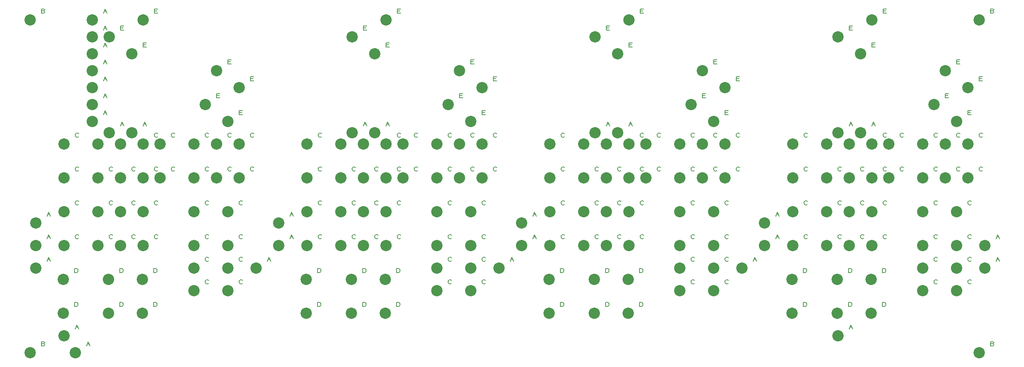
<source format=gbr>
G04 EasyPC Gerber Version 21.0.3 Build 4286 *
G04 #@! TF.Part,Single*
G04 #@! TF.FileFunction,Drillmap *
G04 #@! TF.FilePolarity,Positive *
%FSLAX35Y35*%
%MOIN*%
%ADD12C,0.00500*%
G04 #@! TA.AperFunction,WasherPad*
%ADD24C,0.10000*%
X0Y0D02*
D02*
D12*
X32437Y28063D02*
X33063Y27750D01*
X33375Y27125*
X33063Y26500*
X32437Y26187*
X30250*
Y29937*
X32437*
X33063Y29625*
X33375Y29000*
X33063Y28375*
X32437Y28063*
X30250*
X32437Y323063D02*
X33063Y322750D01*
X33375Y322125*
X33063Y321500*
X32437Y321187*
X30250*
Y324937*
X32437*
X33063Y324625*
X33375Y324000*
X33063Y323375*
X32437Y323063*
X30250*
X35250Y101187D02*
X36813Y104937D01*
X38375Y101187*
X35875Y102750D02*
X37750D01*
X35250Y121187D02*
X36813Y124937D01*
X38375Y121187*
X35875Y122750D02*
X37750D01*
X35250Y141187D02*
X36813Y144937D01*
X38375Y141187*
X35875Y142750D02*
X37750D01*
X59581Y61187D02*
Y64937D01*
X61456*
X62081Y64625*
X62393Y64313*
X62706Y63687*
Y62437*
X62393Y61813*
X62081Y61500*
X61456Y61187*
X59581*
Y91187D02*
Y94937D01*
X61456*
X62081Y94625*
X62393Y94313*
X62706Y93687*
Y92437*
X62393Y91813*
X62081Y91500*
X61456Y91187*
X59581*
X60250Y41187D02*
X61813Y44937D01*
X63375Y41187*
X60875Y42750D02*
X62750D01*
X63375Y121813D02*
X63063Y121500D01*
X62437Y121187*
X61500*
X60875Y121500*
X60563Y121813*
X60250Y122437*
Y123687*
X60563Y124313*
X60875Y124625*
X61500Y124937*
X62437*
X63063Y124625*
X63375Y124313*
Y151813D02*
X63063Y151500D01*
X62437Y151187*
X61500*
X60875Y151500*
X60563Y151813*
X60250Y152437*
Y153687*
X60563Y154313*
X60875Y154625*
X61500Y154937*
X62437*
X63063Y154625*
X63375Y154313*
Y181813D02*
X63063Y181500D01*
X62437Y181187*
X61500*
X60875Y181500*
X60563Y181813*
X60250Y182437*
Y183687*
X60563Y184313*
X60875Y184625*
X61500Y184937*
X62437*
X63063Y184625*
X63375Y184313*
Y211813D02*
X63063Y211500D01*
X62437Y211187*
X61500*
X60875Y211500*
X60563Y211813*
X60250Y212437*
Y213687*
X60563Y214313*
X60875Y214625*
X61500Y214937*
X62437*
X63063Y214625*
X63375Y214313*
X70250Y26187D02*
X71813Y29937D01*
X73375Y26187*
X70875Y27750D02*
X72750D01*
X85250Y231187D02*
X86813Y234937D01*
X88375Y231187*
X85875Y232750D02*
X87750D01*
X85250Y246187D02*
X86813Y249937D01*
X88375Y246187*
X85875Y247750D02*
X87750D01*
X85250Y261187D02*
X86813Y264937D01*
X88375Y261187*
X85875Y262750D02*
X87750D01*
X85250Y276187D02*
X86813Y279937D01*
X88375Y276187*
X85875Y277750D02*
X87750D01*
X85250Y291187D02*
X86813Y294937D01*
X88375Y291187*
X85875Y292750D02*
X87750D01*
X85250Y306187D02*
X86813Y309937D01*
X88375Y306187*
X85875Y307750D02*
X87750D01*
X85250Y321187D02*
X86813Y324937D01*
X88375Y321187*
X85875Y322750D02*
X87750D01*
X93375Y121813D02*
X93063Y121500D01*
X92437Y121187*
X91500*
X90875Y121500*
X90563Y121813*
X90250Y122437*
Y123687*
X90563Y124313*
X90875Y124625*
X91500Y124937*
X92437*
X93063Y124625*
X93375Y124313*
Y151813D02*
X93063Y151500D01*
X92437Y151187*
X91500*
X90875Y151500*
X90563Y151813*
X90250Y152437*
Y153687*
X90563Y154313*
X90875Y154625*
X91500Y154937*
X92437*
X93063Y154625*
X93375Y154313*
Y181813D02*
X93063Y181500D01*
X92437Y181187*
X91500*
X90875Y181500*
X90563Y181813*
X90250Y182437*
Y183687*
X90563Y184313*
X90875Y184625*
X91500Y184937*
X92437*
X93063Y184625*
X93375Y184313*
Y211813D02*
X93063Y211500D01*
X92437Y211187*
X91500*
X90875Y211500*
X90563Y211813*
X90250Y212437*
Y213687*
X90563Y214313*
X90875Y214625*
X91500Y214937*
X92437*
X93063Y214625*
X93375Y214313*
X99581Y61187D02*
Y64937D01*
X101456*
X102081Y64625*
X102393Y64313*
X102706Y63687*
Y62437*
X102393Y61813*
X102081Y61500*
X101456Y61187*
X99581*
Y91187D02*
Y94937D01*
X101456*
X102081Y94625*
X102393Y94313*
X102706Y93687*
Y92437*
X102393Y91813*
X102081Y91500*
X101456Y91187*
X99581*
X100250Y221187D02*
X101813Y224937D01*
X103375Y221187*
X100875Y222750D02*
X102750D01*
X100250Y306187D02*
Y309937D01*
X103375*
X102750Y308063D02*
X100250D01*
Y306187D02*
X103375D01*
X113375Y121813D02*
X113063Y121500D01*
X112437Y121187*
X111500*
X110875Y121500*
X110563Y121813*
X110250Y122437*
Y123687*
X110563Y124313*
X110875Y124625*
X111500Y124937*
X112437*
X113063Y124625*
X113375Y124313*
Y151813D02*
X113063Y151500D01*
X112437Y151187*
X111500*
X110875Y151500*
X110563Y151813*
X110250Y152437*
Y153687*
X110563Y154313*
X110875Y154625*
X111500Y154937*
X112437*
X113063Y154625*
X113375Y154313*
Y181813D02*
X113063Y181500D01*
X112437Y181187*
X111500*
X110875Y181500*
X110563Y181813*
X110250Y182437*
Y183687*
X110563Y184313*
X110875Y184625*
X111500Y184937*
X112437*
X113063Y184625*
X113375Y184313*
Y211813D02*
X113063Y211500D01*
X112437Y211187*
X111500*
X110875Y211500*
X110563Y211813*
X110250Y212437*
Y213687*
X110563Y214313*
X110875Y214625*
X111500Y214937*
X112437*
X113063Y214625*
X113375Y214313*
X120250Y221187D02*
X121813Y224937D01*
X123375Y221187*
X120875Y222750D02*
X122750D01*
X120250Y291187D02*
Y294937D01*
X123375*
X122750Y293063D02*
X120250D01*
Y291187D02*
X123375D01*
X129581Y61187D02*
Y64937D01*
X131456*
X132081Y64625*
X132393Y64313*
X132706Y63687*
Y62437*
X132393Y61813*
X132081Y61500*
X131456Y61187*
X129581*
Y91187D02*
Y94937D01*
X131456*
X132081Y94625*
X132393Y94313*
X132706Y93687*
Y92437*
X132393Y91813*
X132081Y91500*
X131456Y91187*
X129581*
X133375Y121813D02*
X133063Y121500D01*
X132437Y121187*
X131500*
X130875Y121500*
X130563Y121813*
X130250Y122437*
Y123687*
X130563Y124313*
X130875Y124625*
X131500Y124937*
X132437*
X133063Y124625*
X133375Y124313*
Y151813D02*
X133063Y151500D01*
X132437Y151187*
X131500*
X130875Y151500*
X130563Y151813*
X130250Y152437*
Y153687*
X130563Y154313*
X130875Y154625*
X131500Y154937*
X132437*
X133063Y154625*
X133375Y154313*
Y181813D02*
X133063Y181500D01*
X132437Y181187*
X131500*
X130875Y181500*
X130563Y181813*
X130250Y182437*
Y183687*
X130563Y184313*
X130875Y184625*
X131500Y184937*
X132437*
X133063Y184625*
X133375Y184313*
Y211813D02*
X133063Y211500D01*
X132437Y211187*
X131500*
X130875Y211500*
X130563Y211813*
X130250Y212437*
Y213687*
X130563Y214313*
X130875Y214625*
X131500Y214937*
X132437*
X133063Y214625*
X133375Y214313*
X130250Y321187D02*
Y324937D01*
X133375*
X132750Y323063D02*
X130250D01*
Y321187D02*
X133375D01*
X148375Y181813D02*
X148063Y181500D01*
X147437Y181187*
X146500*
X145875Y181500*
X145563Y181813*
X145250Y182437*
Y183687*
X145563Y184313*
X145875Y184625*
X146500Y184937*
X147437*
X148063Y184625*
X148375Y184313*
Y211813D02*
X148063Y211500D01*
X147437Y211187*
X146500*
X145875Y211500*
X145563Y211813*
X145250Y212437*
Y213687*
X145563Y214313*
X145875Y214625*
X146500Y214937*
X147437*
X148063Y214625*
X148375Y214313*
X178375Y81813D02*
X178063Y81500D01*
X177437Y81187*
X176500*
X175875Y81500*
X175563Y81813*
X175250Y82437*
Y83687*
X175563Y84313*
X175875Y84625*
X176500Y84937*
X177437*
X178063Y84625*
X178375Y84313*
Y101813D02*
X178063Y101500D01*
X177437Y101187*
X176500*
X175875Y101500*
X175563Y101813*
X175250Y102437*
Y103687*
X175563Y104313*
X175875Y104625*
X176500Y104937*
X177437*
X178063Y104625*
X178375Y104313*
Y121813D02*
X178063Y121500D01*
X177437Y121187*
X176500*
X175875Y121500*
X175563Y121813*
X175250Y122437*
Y123687*
X175563Y124313*
X175875Y124625*
X176500Y124937*
X177437*
X178063Y124625*
X178375Y124313*
Y151813D02*
X178063Y151500D01*
X177437Y151187*
X176500*
X175875Y151500*
X175563Y151813*
X175250Y152437*
Y153687*
X175563Y154313*
X175875Y154625*
X176500Y154937*
X177437*
X178063Y154625*
X178375Y154313*
Y181813D02*
X178063Y181500D01*
X177437Y181187*
X176500*
X175875Y181500*
X175563Y181813*
X175250Y182437*
Y183687*
X175563Y184313*
X175875Y184625*
X176500Y184937*
X177437*
X178063Y184625*
X178375Y184313*
Y211813D02*
X178063Y211500D01*
X177437Y211187*
X176500*
X175875Y211500*
X175563Y211813*
X175250Y212437*
Y213687*
X175563Y214313*
X175875Y214625*
X176500Y214937*
X177437*
X178063Y214625*
X178375Y214313*
X185250Y246187D02*
Y249937D01*
X188375*
X187750Y248063D02*
X185250D01*
Y246187D02*
X188375D01*
X198375Y181813D02*
X198063Y181500D01*
X197437Y181187*
X196500*
X195875Y181500*
X195563Y181813*
X195250Y182437*
Y183687*
X195563Y184313*
X195875Y184625*
X196500Y184937*
X197437*
X198063Y184625*
X198375Y184313*
Y211813D02*
X198063Y211500D01*
X197437Y211187*
X196500*
X195875Y211500*
X195563Y211813*
X195250Y212437*
Y213687*
X195563Y214313*
X195875Y214625*
X196500Y214937*
X197437*
X198063Y214625*
X198375Y214313*
X195250Y276187D02*
Y279937D01*
X198375*
X197750Y278063D02*
X195250D01*
Y276187D02*
X198375D01*
X208375Y81813D02*
X208063Y81500D01*
X207437Y81187*
X206500*
X205875Y81500*
X205563Y81813*
X205250Y82437*
Y83687*
X205563Y84313*
X205875Y84625*
X206500Y84937*
X207437*
X208063Y84625*
X208375Y84313*
Y101813D02*
X208063Y101500D01*
X207437Y101187*
X206500*
X205875Y101500*
X205563Y101813*
X205250Y102437*
Y103687*
X205563Y104313*
X205875Y104625*
X206500Y104937*
X207437*
X208063Y104625*
X208375Y104313*
Y121813D02*
X208063Y121500D01*
X207437Y121187*
X206500*
X205875Y121500*
X205563Y121813*
X205250Y122437*
Y123687*
X205563Y124313*
X205875Y124625*
X206500Y124937*
X207437*
X208063Y124625*
X208375Y124313*
Y151813D02*
X208063Y151500D01*
X207437Y151187*
X206500*
X205875Y151500*
X205563Y151813*
X205250Y152437*
Y153687*
X205563Y154313*
X205875Y154625*
X206500Y154937*
X207437*
X208063Y154625*
X208375Y154313*
X205250Y231187D02*
Y234937D01*
X208375*
X207750Y233063D02*
X205250D01*
Y231187D02*
X208375D01*
X218375Y181813D02*
X218063Y181500D01*
X217437Y181187*
X216500*
X215875Y181500*
X215563Y181813*
X215250Y182437*
Y183687*
X215563Y184313*
X215875Y184625*
X216500Y184937*
X217437*
X218063Y184625*
X218375Y184313*
Y211813D02*
X218063Y211500D01*
X217437Y211187*
X216500*
X215875Y211500*
X215563Y211813*
X215250Y212437*
Y213687*
X215563Y214313*
X215875Y214625*
X216500Y214937*
X217437*
X218063Y214625*
X218375Y214313*
X215250Y261187D02*
Y264937D01*
X218375*
X217750Y263063D02*
X215250D01*
Y261187D02*
X218375D01*
X230250Y101187D02*
X231813Y104937D01*
X233375Y101187*
X230875Y102750D02*
X232750D01*
X250250Y121187D02*
X251813Y124937D01*
X253375Y121187*
X250875Y122750D02*
X252750D01*
X250250Y141187D02*
X251813Y144937D01*
X253375Y141187*
X250875Y142750D02*
X252750D01*
X274581Y61187D02*
Y64937D01*
X276456*
X277081Y64625*
X277393Y64313*
X277706Y63687*
Y62437*
X277393Y61813*
X277081Y61500*
X276456Y61187*
X274581*
Y91187D02*
Y94937D01*
X276456*
X277081Y94625*
X277393Y94313*
X277706Y93687*
Y92437*
X277393Y91813*
X277081Y91500*
X276456Y91187*
X274581*
X278375Y121813D02*
X278063Y121500D01*
X277437Y121187*
X276500*
X275875Y121500*
X275563Y121813*
X275250Y122437*
Y123687*
X275563Y124313*
X275875Y124625*
X276500Y124937*
X277437*
X278063Y124625*
X278375Y124313*
Y151813D02*
X278063Y151500D01*
X277437Y151187*
X276500*
X275875Y151500*
X275563Y151813*
X275250Y152437*
Y153687*
X275563Y154313*
X275875Y154625*
X276500Y154937*
X277437*
X278063Y154625*
X278375Y154313*
Y181813D02*
X278063Y181500D01*
X277437Y181187*
X276500*
X275875Y181500*
X275563Y181813*
X275250Y182437*
Y183687*
X275563Y184313*
X275875Y184625*
X276500Y184937*
X277437*
X278063Y184625*
X278375Y184313*
Y211813D02*
X278063Y211500D01*
X277437Y211187*
X276500*
X275875Y211500*
X275563Y211813*
X275250Y212437*
Y213687*
X275563Y214313*
X275875Y214625*
X276500Y214937*
X277437*
X278063Y214625*
X278375Y214313*
X308375Y121813D02*
X308063Y121500D01*
X307437Y121187*
X306500*
X305875Y121500*
X305563Y121813*
X305250Y122437*
Y123687*
X305563Y124313*
X305875Y124625*
X306500Y124937*
X307437*
X308063Y124625*
X308375Y124313*
Y151813D02*
X308063Y151500D01*
X307437Y151187*
X306500*
X305875Y151500*
X305563Y151813*
X305250Y152437*
Y153687*
X305563Y154313*
X305875Y154625*
X306500Y154937*
X307437*
X308063Y154625*
X308375Y154313*
Y181813D02*
X308063Y181500D01*
X307437Y181187*
X306500*
X305875Y181500*
X305563Y181813*
X305250Y182437*
Y183687*
X305563Y184313*
X305875Y184625*
X306500Y184937*
X307437*
X308063Y184625*
X308375Y184313*
Y211813D02*
X308063Y211500D01*
X307437Y211187*
X306500*
X305875Y211500*
X305563Y211813*
X305250Y212437*
Y213687*
X305563Y214313*
X305875Y214625*
X306500Y214937*
X307437*
X308063Y214625*
X308375Y214313*
X314581Y61187D02*
Y64937D01*
X316456*
X317081Y64625*
X317393Y64313*
X317706Y63687*
Y62437*
X317393Y61813*
X317081Y61500*
X316456Y61187*
X314581*
Y91187D02*
Y94937D01*
X316456*
X317081Y94625*
X317393Y94313*
X317706Y93687*
Y92437*
X317393Y91813*
X317081Y91500*
X316456Y91187*
X314581*
X315250Y221187D02*
X316813Y224937D01*
X318375Y221187*
X315875Y222750D02*
X317750D01*
X315250Y306187D02*
Y309937D01*
X318375*
X317750Y308063D02*
X315250D01*
Y306187D02*
X318375D01*
X328375Y121813D02*
X328063Y121500D01*
X327437Y121187*
X326500*
X325875Y121500*
X325563Y121813*
X325250Y122437*
Y123687*
X325563Y124313*
X325875Y124625*
X326500Y124937*
X327437*
X328063Y124625*
X328375Y124313*
Y151813D02*
X328063Y151500D01*
X327437Y151187*
X326500*
X325875Y151500*
X325563Y151813*
X325250Y152437*
Y153687*
X325563Y154313*
X325875Y154625*
X326500Y154937*
X327437*
X328063Y154625*
X328375Y154313*
Y181813D02*
X328063Y181500D01*
X327437Y181187*
X326500*
X325875Y181500*
X325563Y181813*
X325250Y182437*
Y183687*
X325563Y184313*
X325875Y184625*
X326500Y184937*
X327437*
X328063Y184625*
X328375Y184313*
Y211813D02*
X328063Y211500D01*
X327437Y211187*
X326500*
X325875Y211500*
X325563Y211813*
X325250Y212437*
Y213687*
X325563Y214313*
X325875Y214625*
X326500Y214937*
X327437*
X328063Y214625*
X328375Y214313*
X335250Y221187D02*
X336813Y224937D01*
X338375Y221187*
X335875Y222750D02*
X337750D01*
X335250Y291187D02*
Y294937D01*
X338375*
X337750Y293063D02*
X335250D01*
Y291187D02*
X338375D01*
X344581Y61187D02*
Y64937D01*
X346456*
X347081Y64625*
X347393Y64313*
X347706Y63687*
Y62437*
X347393Y61813*
X347081Y61500*
X346456Y61187*
X344581*
Y91187D02*
Y94937D01*
X346456*
X347081Y94625*
X347393Y94313*
X347706Y93687*
Y92437*
X347393Y91813*
X347081Y91500*
X346456Y91187*
X344581*
X348375Y121813D02*
X348063Y121500D01*
X347437Y121187*
X346500*
X345875Y121500*
X345563Y121813*
X345250Y122437*
Y123687*
X345563Y124313*
X345875Y124625*
X346500Y124937*
X347437*
X348063Y124625*
X348375Y124313*
Y151813D02*
X348063Y151500D01*
X347437Y151187*
X346500*
X345875Y151500*
X345563Y151813*
X345250Y152437*
Y153687*
X345563Y154313*
X345875Y154625*
X346500Y154937*
X347437*
X348063Y154625*
X348375Y154313*
Y181813D02*
X348063Y181500D01*
X347437Y181187*
X346500*
X345875Y181500*
X345563Y181813*
X345250Y182437*
Y183687*
X345563Y184313*
X345875Y184625*
X346500Y184937*
X347437*
X348063Y184625*
X348375Y184313*
Y211813D02*
X348063Y211500D01*
X347437Y211187*
X346500*
X345875Y211500*
X345563Y211813*
X345250Y212437*
Y213687*
X345563Y214313*
X345875Y214625*
X346500Y214937*
X347437*
X348063Y214625*
X348375Y214313*
X345250Y321187D02*
Y324937D01*
X348375*
X347750Y323063D02*
X345250D01*
Y321187D02*
X348375D01*
X363375Y181813D02*
X363063Y181500D01*
X362437Y181187*
X361500*
X360875Y181500*
X360563Y181813*
X360250Y182437*
Y183687*
X360563Y184313*
X360875Y184625*
X361500Y184937*
X362437*
X363063Y184625*
X363375Y184313*
Y211813D02*
X363063Y211500D01*
X362437Y211187*
X361500*
X360875Y211500*
X360563Y211813*
X360250Y212437*
Y213687*
X360563Y214313*
X360875Y214625*
X361500Y214937*
X362437*
X363063Y214625*
X363375Y214313*
X393375Y81813D02*
X393063Y81500D01*
X392437Y81187*
X391500*
X390875Y81500*
X390563Y81813*
X390250Y82437*
Y83687*
X390563Y84313*
X390875Y84625*
X391500Y84937*
X392437*
X393063Y84625*
X393375Y84313*
Y101813D02*
X393063Y101500D01*
X392437Y101187*
X391500*
X390875Y101500*
X390563Y101813*
X390250Y102437*
Y103687*
X390563Y104313*
X390875Y104625*
X391500Y104937*
X392437*
X393063Y104625*
X393375Y104313*
Y121813D02*
X393063Y121500D01*
X392437Y121187*
X391500*
X390875Y121500*
X390563Y121813*
X390250Y122437*
Y123687*
X390563Y124313*
X390875Y124625*
X391500Y124937*
X392437*
X393063Y124625*
X393375Y124313*
Y151813D02*
X393063Y151500D01*
X392437Y151187*
X391500*
X390875Y151500*
X390563Y151813*
X390250Y152437*
Y153687*
X390563Y154313*
X390875Y154625*
X391500Y154937*
X392437*
X393063Y154625*
X393375Y154313*
Y181813D02*
X393063Y181500D01*
X392437Y181187*
X391500*
X390875Y181500*
X390563Y181813*
X390250Y182437*
Y183687*
X390563Y184313*
X390875Y184625*
X391500Y184937*
X392437*
X393063Y184625*
X393375Y184313*
Y211813D02*
X393063Y211500D01*
X392437Y211187*
X391500*
X390875Y211500*
X390563Y211813*
X390250Y212437*
Y213687*
X390563Y214313*
X390875Y214625*
X391500Y214937*
X392437*
X393063Y214625*
X393375Y214313*
X400250Y246187D02*
Y249937D01*
X403375*
X402750Y248063D02*
X400250D01*
Y246187D02*
X403375D01*
X413375Y181813D02*
X413063Y181500D01*
X412437Y181187*
X411500*
X410875Y181500*
X410563Y181813*
X410250Y182437*
Y183687*
X410563Y184313*
X410875Y184625*
X411500Y184937*
X412437*
X413063Y184625*
X413375Y184313*
Y211813D02*
X413063Y211500D01*
X412437Y211187*
X411500*
X410875Y211500*
X410563Y211813*
X410250Y212437*
Y213687*
X410563Y214313*
X410875Y214625*
X411500Y214937*
X412437*
X413063Y214625*
X413375Y214313*
X410250Y276187D02*
Y279937D01*
X413375*
X412750Y278063D02*
X410250D01*
Y276187D02*
X413375D01*
X423375Y81813D02*
X423063Y81500D01*
X422437Y81187*
X421500*
X420875Y81500*
X420563Y81813*
X420250Y82437*
Y83687*
X420563Y84313*
X420875Y84625*
X421500Y84937*
X422437*
X423063Y84625*
X423375Y84313*
Y101813D02*
X423063Y101500D01*
X422437Y101187*
X421500*
X420875Y101500*
X420563Y101813*
X420250Y102437*
Y103687*
X420563Y104313*
X420875Y104625*
X421500Y104937*
X422437*
X423063Y104625*
X423375Y104313*
Y121813D02*
X423063Y121500D01*
X422437Y121187*
X421500*
X420875Y121500*
X420563Y121813*
X420250Y122437*
Y123687*
X420563Y124313*
X420875Y124625*
X421500Y124937*
X422437*
X423063Y124625*
X423375Y124313*
Y151813D02*
X423063Y151500D01*
X422437Y151187*
X421500*
X420875Y151500*
X420563Y151813*
X420250Y152437*
Y153687*
X420563Y154313*
X420875Y154625*
X421500Y154937*
X422437*
X423063Y154625*
X423375Y154313*
X420250Y231187D02*
Y234937D01*
X423375*
X422750Y233063D02*
X420250D01*
Y231187D02*
X423375D01*
X433375Y181813D02*
X433063Y181500D01*
X432437Y181187*
X431500*
X430875Y181500*
X430563Y181813*
X430250Y182437*
Y183687*
X430563Y184313*
X430875Y184625*
X431500Y184937*
X432437*
X433063Y184625*
X433375Y184313*
Y211813D02*
X433063Y211500D01*
X432437Y211187*
X431500*
X430875Y211500*
X430563Y211813*
X430250Y212437*
Y213687*
X430563Y214313*
X430875Y214625*
X431500Y214937*
X432437*
X433063Y214625*
X433375Y214313*
X430250Y261187D02*
Y264937D01*
X433375*
X432750Y263063D02*
X430250D01*
Y261187D02*
X433375D01*
X445250Y101187D02*
X446813Y104937D01*
X448375Y101187*
X445875Y102750D02*
X447750D01*
X465250Y121187D02*
X466813Y124937D01*
X468375Y121187*
X465875Y122750D02*
X467750D01*
X465250Y141187D02*
X466813Y144937D01*
X468375Y141187*
X465875Y142750D02*
X467750D01*
X489581Y61187D02*
Y64937D01*
X491456*
X492081Y64625*
X492393Y64313*
X492706Y63687*
Y62437*
X492393Y61813*
X492081Y61500*
X491456Y61187*
X489581*
Y91187D02*
Y94937D01*
X491456*
X492081Y94625*
X492393Y94313*
X492706Y93687*
Y92437*
X492393Y91813*
X492081Y91500*
X491456Y91187*
X489581*
X493375Y121813D02*
X493063Y121500D01*
X492437Y121187*
X491500*
X490875Y121500*
X490563Y121813*
X490250Y122437*
Y123687*
X490563Y124313*
X490875Y124625*
X491500Y124937*
X492437*
X493063Y124625*
X493375Y124313*
Y151813D02*
X493063Y151500D01*
X492437Y151187*
X491500*
X490875Y151500*
X490563Y151813*
X490250Y152437*
Y153687*
X490563Y154313*
X490875Y154625*
X491500Y154937*
X492437*
X493063Y154625*
X493375Y154313*
Y181813D02*
X493063Y181500D01*
X492437Y181187*
X491500*
X490875Y181500*
X490563Y181813*
X490250Y182437*
Y183687*
X490563Y184313*
X490875Y184625*
X491500Y184937*
X492437*
X493063Y184625*
X493375Y184313*
Y211813D02*
X493063Y211500D01*
X492437Y211187*
X491500*
X490875Y211500*
X490563Y211813*
X490250Y212437*
Y213687*
X490563Y214313*
X490875Y214625*
X491500Y214937*
X492437*
X493063Y214625*
X493375Y214313*
X523375Y121813D02*
X523063Y121500D01*
X522437Y121187*
X521500*
X520875Y121500*
X520563Y121813*
X520250Y122437*
Y123687*
X520563Y124313*
X520875Y124625*
X521500Y124937*
X522437*
X523063Y124625*
X523375Y124313*
Y151813D02*
X523063Y151500D01*
X522437Y151187*
X521500*
X520875Y151500*
X520563Y151813*
X520250Y152437*
Y153687*
X520563Y154313*
X520875Y154625*
X521500Y154937*
X522437*
X523063Y154625*
X523375Y154313*
Y181813D02*
X523063Y181500D01*
X522437Y181187*
X521500*
X520875Y181500*
X520563Y181813*
X520250Y182437*
Y183687*
X520563Y184313*
X520875Y184625*
X521500Y184937*
X522437*
X523063Y184625*
X523375Y184313*
Y211813D02*
X523063Y211500D01*
X522437Y211187*
X521500*
X520875Y211500*
X520563Y211813*
X520250Y212437*
Y213687*
X520563Y214313*
X520875Y214625*
X521500Y214937*
X522437*
X523063Y214625*
X523375Y214313*
X529581Y61187D02*
Y64937D01*
X531456*
X532081Y64625*
X532393Y64313*
X532706Y63687*
Y62437*
X532393Y61813*
X532081Y61500*
X531456Y61187*
X529581*
Y91187D02*
Y94937D01*
X531456*
X532081Y94625*
X532393Y94313*
X532706Y93687*
Y92437*
X532393Y91813*
X532081Y91500*
X531456Y91187*
X529581*
X530250Y221187D02*
X531813Y224937D01*
X533375Y221187*
X530875Y222750D02*
X532750D01*
X530250Y306187D02*
Y309937D01*
X533375*
X532750Y308063D02*
X530250D01*
Y306187D02*
X533375D01*
X543375Y121813D02*
X543063Y121500D01*
X542437Y121187*
X541500*
X540875Y121500*
X540563Y121813*
X540250Y122437*
Y123687*
X540563Y124313*
X540875Y124625*
X541500Y124937*
X542437*
X543063Y124625*
X543375Y124313*
Y151813D02*
X543063Y151500D01*
X542437Y151187*
X541500*
X540875Y151500*
X540563Y151813*
X540250Y152437*
Y153687*
X540563Y154313*
X540875Y154625*
X541500Y154937*
X542437*
X543063Y154625*
X543375Y154313*
Y181813D02*
X543063Y181500D01*
X542437Y181187*
X541500*
X540875Y181500*
X540563Y181813*
X540250Y182437*
Y183687*
X540563Y184313*
X540875Y184625*
X541500Y184937*
X542437*
X543063Y184625*
X543375Y184313*
Y211813D02*
X543063Y211500D01*
X542437Y211187*
X541500*
X540875Y211500*
X540563Y211813*
X540250Y212437*
Y213687*
X540563Y214313*
X540875Y214625*
X541500Y214937*
X542437*
X543063Y214625*
X543375Y214313*
X550250Y221187D02*
X551813Y224937D01*
X553375Y221187*
X550875Y222750D02*
X552750D01*
X550250Y291187D02*
Y294937D01*
X553375*
X552750Y293063D02*
X550250D01*
Y291187D02*
X553375D01*
X559581Y61187D02*
Y64937D01*
X561456*
X562081Y64625*
X562393Y64313*
X562706Y63687*
Y62437*
X562393Y61813*
X562081Y61500*
X561456Y61187*
X559581*
Y91187D02*
Y94937D01*
X561456*
X562081Y94625*
X562393Y94313*
X562706Y93687*
Y92437*
X562393Y91813*
X562081Y91500*
X561456Y91187*
X559581*
X563375Y121813D02*
X563063Y121500D01*
X562437Y121187*
X561500*
X560875Y121500*
X560563Y121813*
X560250Y122437*
Y123687*
X560563Y124313*
X560875Y124625*
X561500Y124937*
X562437*
X563063Y124625*
X563375Y124313*
Y151813D02*
X563063Y151500D01*
X562437Y151187*
X561500*
X560875Y151500*
X560563Y151813*
X560250Y152437*
Y153687*
X560563Y154313*
X560875Y154625*
X561500Y154937*
X562437*
X563063Y154625*
X563375Y154313*
Y181813D02*
X563063Y181500D01*
X562437Y181187*
X561500*
X560875Y181500*
X560563Y181813*
X560250Y182437*
Y183687*
X560563Y184313*
X560875Y184625*
X561500Y184937*
X562437*
X563063Y184625*
X563375Y184313*
Y211813D02*
X563063Y211500D01*
X562437Y211187*
X561500*
X560875Y211500*
X560563Y211813*
X560250Y212437*
Y213687*
X560563Y214313*
X560875Y214625*
X561500Y214937*
X562437*
X563063Y214625*
X563375Y214313*
X560250Y321187D02*
Y324937D01*
X563375*
X562750Y323063D02*
X560250D01*
Y321187D02*
X563375D01*
X578375Y181813D02*
X578063Y181500D01*
X577437Y181187*
X576500*
X575875Y181500*
X575563Y181813*
X575250Y182437*
Y183687*
X575563Y184313*
X575875Y184625*
X576500Y184937*
X577437*
X578063Y184625*
X578375Y184313*
Y211813D02*
X578063Y211500D01*
X577437Y211187*
X576500*
X575875Y211500*
X575563Y211813*
X575250Y212437*
Y213687*
X575563Y214313*
X575875Y214625*
X576500Y214937*
X577437*
X578063Y214625*
X578375Y214313*
X608375Y81813D02*
X608063Y81500D01*
X607437Y81187*
X606500*
X605875Y81500*
X605563Y81813*
X605250Y82437*
Y83687*
X605563Y84313*
X605875Y84625*
X606500Y84937*
X607437*
X608063Y84625*
X608375Y84313*
Y101813D02*
X608063Y101500D01*
X607437Y101187*
X606500*
X605875Y101500*
X605563Y101813*
X605250Y102437*
Y103687*
X605563Y104313*
X605875Y104625*
X606500Y104937*
X607437*
X608063Y104625*
X608375Y104313*
Y121813D02*
X608063Y121500D01*
X607437Y121187*
X606500*
X605875Y121500*
X605563Y121813*
X605250Y122437*
Y123687*
X605563Y124313*
X605875Y124625*
X606500Y124937*
X607437*
X608063Y124625*
X608375Y124313*
Y151813D02*
X608063Y151500D01*
X607437Y151187*
X606500*
X605875Y151500*
X605563Y151813*
X605250Y152437*
Y153687*
X605563Y154313*
X605875Y154625*
X606500Y154937*
X607437*
X608063Y154625*
X608375Y154313*
Y181813D02*
X608063Y181500D01*
X607437Y181187*
X606500*
X605875Y181500*
X605563Y181813*
X605250Y182437*
Y183687*
X605563Y184313*
X605875Y184625*
X606500Y184937*
X607437*
X608063Y184625*
X608375Y184313*
Y211813D02*
X608063Y211500D01*
X607437Y211187*
X606500*
X605875Y211500*
X605563Y211813*
X605250Y212437*
Y213687*
X605563Y214313*
X605875Y214625*
X606500Y214937*
X607437*
X608063Y214625*
X608375Y214313*
X615250Y246187D02*
Y249937D01*
X618375*
X617750Y248063D02*
X615250D01*
Y246187D02*
X618375D01*
X628375Y181813D02*
X628063Y181500D01*
X627437Y181187*
X626500*
X625875Y181500*
X625563Y181813*
X625250Y182437*
Y183687*
X625563Y184313*
X625875Y184625*
X626500Y184937*
X627437*
X628063Y184625*
X628375Y184313*
Y211813D02*
X628063Y211500D01*
X627437Y211187*
X626500*
X625875Y211500*
X625563Y211813*
X625250Y212437*
Y213687*
X625563Y214313*
X625875Y214625*
X626500Y214937*
X627437*
X628063Y214625*
X628375Y214313*
X625250Y276187D02*
Y279937D01*
X628375*
X627750Y278063D02*
X625250D01*
Y276187D02*
X628375D01*
X638375Y81813D02*
X638063Y81500D01*
X637437Y81187*
X636500*
X635875Y81500*
X635563Y81813*
X635250Y82437*
Y83687*
X635563Y84313*
X635875Y84625*
X636500Y84937*
X637437*
X638063Y84625*
X638375Y84313*
Y101813D02*
X638063Y101500D01*
X637437Y101187*
X636500*
X635875Y101500*
X635563Y101813*
X635250Y102437*
Y103687*
X635563Y104313*
X635875Y104625*
X636500Y104937*
X637437*
X638063Y104625*
X638375Y104313*
Y121813D02*
X638063Y121500D01*
X637437Y121187*
X636500*
X635875Y121500*
X635563Y121813*
X635250Y122437*
Y123687*
X635563Y124313*
X635875Y124625*
X636500Y124937*
X637437*
X638063Y124625*
X638375Y124313*
Y151813D02*
X638063Y151500D01*
X637437Y151187*
X636500*
X635875Y151500*
X635563Y151813*
X635250Y152437*
Y153687*
X635563Y154313*
X635875Y154625*
X636500Y154937*
X637437*
X638063Y154625*
X638375Y154313*
X635250Y231187D02*
Y234937D01*
X638375*
X637750Y233063D02*
X635250D01*
Y231187D02*
X638375D01*
X648375Y181813D02*
X648063Y181500D01*
X647437Y181187*
X646500*
X645875Y181500*
X645563Y181813*
X645250Y182437*
Y183687*
X645563Y184313*
X645875Y184625*
X646500Y184937*
X647437*
X648063Y184625*
X648375Y184313*
Y211813D02*
X648063Y211500D01*
X647437Y211187*
X646500*
X645875Y211500*
X645563Y211813*
X645250Y212437*
Y213687*
X645563Y214313*
X645875Y214625*
X646500Y214937*
X647437*
X648063Y214625*
X648375Y214313*
X645250Y261187D02*
Y264937D01*
X648375*
X647750Y263063D02*
X645250D01*
Y261187D02*
X648375D01*
X660250Y101187D02*
X661813Y104937D01*
X663375Y101187*
X660875Y102750D02*
X662750D01*
X680250Y121187D02*
X681813Y124937D01*
X683375Y121187*
X680875Y122750D02*
X682750D01*
X680250Y141187D02*
X681813Y144937D01*
X683375Y141187*
X680875Y142750D02*
X682750D01*
X704581Y61187D02*
Y64937D01*
X706456*
X707081Y64625*
X707393Y64313*
X707706Y63687*
Y62437*
X707393Y61813*
X707081Y61500*
X706456Y61187*
X704581*
Y91187D02*
Y94937D01*
X706456*
X707081Y94625*
X707393Y94313*
X707706Y93687*
Y92437*
X707393Y91813*
X707081Y91500*
X706456Y91187*
X704581*
X708375Y121813D02*
X708063Y121500D01*
X707437Y121187*
X706500*
X705875Y121500*
X705563Y121813*
X705250Y122437*
Y123687*
X705563Y124313*
X705875Y124625*
X706500Y124937*
X707437*
X708063Y124625*
X708375Y124313*
Y151813D02*
X708063Y151500D01*
X707437Y151187*
X706500*
X705875Y151500*
X705563Y151813*
X705250Y152437*
Y153687*
X705563Y154313*
X705875Y154625*
X706500Y154937*
X707437*
X708063Y154625*
X708375Y154313*
Y181813D02*
X708063Y181500D01*
X707437Y181187*
X706500*
X705875Y181500*
X705563Y181813*
X705250Y182437*
Y183687*
X705563Y184313*
X705875Y184625*
X706500Y184937*
X707437*
X708063Y184625*
X708375Y184313*
Y211813D02*
X708063Y211500D01*
X707437Y211187*
X706500*
X705875Y211500*
X705563Y211813*
X705250Y212437*
Y213687*
X705563Y214313*
X705875Y214625*
X706500Y214937*
X707437*
X708063Y214625*
X708375Y214313*
X738375Y121813D02*
X738063Y121500D01*
X737437Y121187*
X736500*
X735875Y121500*
X735563Y121813*
X735250Y122437*
Y123687*
X735563Y124313*
X735875Y124625*
X736500Y124937*
X737437*
X738063Y124625*
X738375Y124313*
Y151813D02*
X738063Y151500D01*
X737437Y151187*
X736500*
X735875Y151500*
X735563Y151813*
X735250Y152437*
Y153687*
X735563Y154313*
X735875Y154625*
X736500Y154937*
X737437*
X738063Y154625*
X738375Y154313*
Y181813D02*
X738063Y181500D01*
X737437Y181187*
X736500*
X735875Y181500*
X735563Y181813*
X735250Y182437*
Y183687*
X735563Y184313*
X735875Y184625*
X736500Y184937*
X737437*
X738063Y184625*
X738375Y184313*
Y211813D02*
X738063Y211500D01*
X737437Y211187*
X736500*
X735875Y211500*
X735563Y211813*
X735250Y212437*
Y213687*
X735563Y214313*
X735875Y214625*
X736500Y214937*
X737437*
X738063Y214625*
X738375Y214313*
X744581Y61187D02*
Y64937D01*
X746456*
X747081Y64625*
X747393Y64313*
X747706Y63687*
Y62437*
X747393Y61813*
X747081Y61500*
X746456Y61187*
X744581*
Y91187D02*
Y94937D01*
X746456*
X747081Y94625*
X747393Y94313*
X747706Y93687*
Y92437*
X747393Y91813*
X747081Y91500*
X746456Y91187*
X744581*
X745250Y41187D02*
X746813Y44937D01*
X748375Y41187*
X745875Y42750D02*
X747750D01*
X745250Y221187D02*
X746813Y224937D01*
X748375Y221187*
X745875Y222750D02*
X747750D01*
X745250Y306187D02*
Y309937D01*
X748375*
X747750Y308063D02*
X745250D01*
Y306187D02*
X748375D01*
X758375Y121813D02*
X758063Y121500D01*
X757437Y121187*
X756500*
X755875Y121500*
X755563Y121813*
X755250Y122437*
Y123687*
X755563Y124313*
X755875Y124625*
X756500Y124937*
X757437*
X758063Y124625*
X758375Y124313*
Y151813D02*
X758063Y151500D01*
X757437Y151187*
X756500*
X755875Y151500*
X755563Y151813*
X755250Y152437*
Y153687*
X755563Y154313*
X755875Y154625*
X756500Y154937*
X757437*
X758063Y154625*
X758375Y154313*
Y181813D02*
X758063Y181500D01*
X757437Y181187*
X756500*
X755875Y181500*
X755563Y181813*
X755250Y182437*
Y183687*
X755563Y184313*
X755875Y184625*
X756500Y184937*
X757437*
X758063Y184625*
X758375Y184313*
Y211813D02*
X758063Y211500D01*
X757437Y211187*
X756500*
X755875Y211500*
X755563Y211813*
X755250Y212437*
Y213687*
X755563Y214313*
X755875Y214625*
X756500Y214937*
X757437*
X758063Y214625*
X758375Y214313*
X765250Y221187D02*
X766813Y224937D01*
X768375Y221187*
X765875Y222750D02*
X767750D01*
X765250Y291187D02*
Y294937D01*
X768375*
X767750Y293063D02*
X765250D01*
Y291187D02*
X768375D01*
X774581Y61187D02*
Y64937D01*
X776456*
X777081Y64625*
X777393Y64313*
X777706Y63687*
Y62437*
X777393Y61813*
X777081Y61500*
X776456Y61187*
X774581*
Y91187D02*
Y94937D01*
X776456*
X777081Y94625*
X777393Y94313*
X777706Y93687*
Y92437*
X777393Y91813*
X777081Y91500*
X776456Y91187*
X774581*
X778375Y121813D02*
X778063Y121500D01*
X777437Y121187*
X776500*
X775875Y121500*
X775563Y121813*
X775250Y122437*
Y123687*
X775563Y124313*
X775875Y124625*
X776500Y124937*
X777437*
X778063Y124625*
X778375Y124313*
Y151813D02*
X778063Y151500D01*
X777437Y151187*
X776500*
X775875Y151500*
X775563Y151813*
X775250Y152437*
Y153687*
X775563Y154313*
X775875Y154625*
X776500Y154937*
X777437*
X778063Y154625*
X778375Y154313*
Y181813D02*
X778063Y181500D01*
X777437Y181187*
X776500*
X775875Y181500*
X775563Y181813*
X775250Y182437*
Y183687*
X775563Y184313*
X775875Y184625*
X776500Y184937*
X777437*
X778063Y184625*
X778375Y184313*
Y211813D02*
X778063Y211500D01*
X777437Y211187*
X776500*
X775875Y211500*
X775563Y211813*
X775250Y212437*
Y213687*
X775563Y214313*
X775875Y214625*
X776500Y214937*
X777437*
X778063Y214625*
X778375Y214313*
X775250Y321187D02*
Y324937D01*
X778375*
X777750Y323063D02*
X775250D01*
Y321187D02*
X778375D01*
X793375Y181813D02*
X793063Y181500D01*
X792437Y181187*
X791500*
X790875Y181500*
X790563Y181813*
X790250Y182437*
Y183687*
X790563Y184313*
X790875Y184625*
X791500Y184937*
X792437*
X793063Y184625*
X793375Y184313*
Y211813D02*
X793063Y211500D01*
X792437Y211187*
X791500*
X790875Y211500*
X790563Y211813*
X790250Y212437*
Y213687*
X790563Y214313*
X790875Y214625*
X791500Y214937*
X792437*
X793063Y214625*
X793375Y214313*
X823375Y81813D02*
X823063Y81500D01*
X822437Y81187*
X821500*
X820875Y81500*
X820563Y81813*
X820250Y82437*
Y83687*
X820563Y84313*
X820875Y84625*
X821500Y84937*
X822437*
X823063Y84625*
X823375Y84313*
Y101813D02*
X823063Y101500D01*
X822437Y101187*
X821500*
X820875Y101500*
X820563Y101813*
X820250Y102437*
Y103687*
X820563Y104313*
X820875Y104625*
X821500Y104937*
X822437*
X823063Y104625*
X823375Y104313*
Y121813D02*
X823063Y121500D01*
X822437Y121187*
X821500*
X820875Y121500*
X820563Y121813*
X820250Y122437*
Y123687*
X820563Y124313*
X820875Y124625*
X821500Y124937*
X822437*
X823063Y124625*
X823375Y124313*
Y151813D02*
X823063Y151500D01*
X822437Y151187*
X821500*
X820875Y151500*
X820563Y151813*
X820250Y152437*
Y153687*
X820563Y154313*
X820875Y154625*
X821500Y154937*
X822437*
X823063Y154625*
X823375Y154313*
Y181813D02*
X823063Y181500D01*
X822437Y181187*
X821500*
X820875Y181500*
X820563Y181813*
X820250Y182437*
Y183687*
X820563Y184313*
X820875Y184625*
X821500Y184937*
X822437*
X823063Y184625*
X823375Y184313*
Y211813D02*
X823063Y211500D01*
X822437Y211187*
X821500*
X820875Y211500*
X820563Y211813*
X820250Y212437*
Y213687*
X820563Y214313*
X820875Y214625*
X821500Y214937*
X822437*
X823063Y214625*
X823375Y214313*
X830250Y246187D02*
Y249937D01*
X833375*
X832750Y248063D02*
X830250D01*
Y246187D02*
X833375D01*
X843375Y181813D02*
X843063Y181500D01*
X842437Y181187*
X841500*
X840875Y181500*
X840563Y181813*
X840250Y182437*
Y183687*
X840563Y184313*
X840875Y184625*
X841500Y184937*
X842437*
X843063Y184625*
X843375Y184313*
Y211813D02*
X843063Y211500D01*
X842437Y211187*
X841500*
X840875Y211500*
X840563Y211813*
X840250Y212437*
Y213687*
X840563Y214313*
X840875Y214625*
X841500Y214937*
X842437*
X843063Y214625*
X843375Y214313*
X840250Y276187D02*
Y279937D01*
X843375*
X842750Y278063D02*
X840250D01*
Y276187D02*
X843375D01*
X853375Y81813D02*
X853063Y81500D01*
X852437Y81187*
X851500*
X850875Y81500*
X850563Y81813*
X850250Y82437*
Y83687*
X850563Y84313*
X850875Y84625*
X851500Y84937*
X852437*
X853063Y84625*
X853375Y84313*
Y101813D02*
X853063Y101500D01*
X852437Y101187*
X851500*
X850875Y101500*
X850563Y101813*
X850250Y102437*
Y103687*
X850563Y104313*
X850875Y104625*
X851500Y104937*
X852437*
X853063Y104625*
X853375Y104313*
Y121813D02*
X853063Y121500D01*
X852437Y121187*
X851500*
X850875Y121500*
X850563Y121813*
X850250Y122437*
Y123687*
X850563Y124313*
X850875Y124625*
X851500Y124937*
X852437*
X853063Y124625*
X853375Y124313*
Y151813D02*
X853063Y151500D01*
X852437Y151187*
X851500*
X850875Y151500*
X850563Y151813*
X850250Y152437*
Y153687*
X850563Y154313*
X850875Y154625*
X851500Y154937*
X852437*
X853063Y154625*
X853375Y154313*
X850250Y231187D02*
Y234937D01*
X853375*
X852750Y233063D02*
X850250D01*
Y231187D02*
X853375D01*
X863375Y181813D02*
X863063Y181500D01*
X862437Y181187*
X861500*
X860875Y181500*
X860563Y181813*
X860250Y182437*
Y183687*
X860563Y184313*
X860875Y184625*
X861500Y184937*
X862437*
X863063Y184625*
X863375Y184313*
Y211813D02*
X863063Y211500D01*
X862437Y211187*
X861500*
X860875Y211500*
X860563Y211813*
X860250Y212437*
Y213687*
X860563Y214313*
X860875Y214625*
X861500Y214937*
X862437*
X863063Y214625*
X863375Y214313*
X860250Y261187D02*
Y264937D01*
X863375*
X862750Y263063D02*
X860250D01*
Y261187D02*
X863375D01*
X872437Y28063D02*
X873063Y27750D01*
X873375Y27125*
X873063Y26500*
X872437Y26187*
X870250*
Y29937*
X872437*
X873063Y29625*
X873375Y29000*
X873063Y28375*
X872437Y28063*
X870250*
X872437Y323063D02*
X873063Y322750D01*
X873375Y322125*
X873063Y321500*
X872437Y321187*
X870250*
Y324937*
X872437*
X873063Y324625*
X873375Y324000*
X873063Y323375*
X872437Y323063*
X870250*
X875250Y101187D02*
X876813Y104937D01*
X878375Y101187*
X875875Y102750D02*
X877750D01*
X875250Y121187D02*
X876813Y124937D01*
X878375Y121187*
X875875Y122750D02*
X877750D01*
D02*
D24*
X20250Y20250D03*
Y315250D03*
X25250Y95250D03*
Y115250D03*
Y135250D03*
X49581Y55250D03*
Y85250D03*
X50250Y35250D03*
Y115250D03*
Y145250D03*
Y175250D03*
Y205250D03*
X60250Y20250D03*
X75250Y225250D03*
Y240250D03*
Y255250D03*
Y270250D03*
Y285250D03*
Y300250D03*
Y315250D03*
X80250Y115250D03*
Y145250D03*
Y175250D03*
Y205250D03*
X89581Y55250D03*
Y85250D03*
X90250Y215250D03*
Y300250D03*
X100250Y115250D03*
Y145250D03*
Y175250D03*
Y205250D03*
X110250Y215250D03*
Y285250D03*
X119581Y55250D03*
Y85250D03*
X120250Y115250D03*
Y145250D03*
Y175250D03*
Y205250D03*
Y315250D03*
X135250Y175250D03*
Y205250D03*
X165250Y75250D03*
Y95250D03*
Y115250D03*
Y145250D03*
Y175250D03*
Y205250D03*
X175250Y240250D03*
X185250Y175250D03*
Y205250D03*
Y270250D03*
X195250Y75250D03*
Y95250D03*
Y115250D03*
Y145250D03*
Y225250D03*
X205250Y175250D03*
Y205250D03*
Y255250D03*
X220250Y95250D03*
X240250Y115250D03*
Y135250D03*
X264581Y55250D03*
Y85250D03*
X265250Y115250D03*
Y145250D03*
Y175250D03*
Y205250D03*
X295250Y115250D03*
Y145250D03*
Y175250D03*
Y205250D03*
X304581Y55250D03*
Y85250D03*
X305250Y215250D03*
Y300250D03*
X315250Y115250D03*
Y145250D03*
Y175250D03*
Y205250D03*
X325250Y215250D03*
Y285250D03*
X334581Y55250D03*
Y85250D03*
X335250Y115250D03*
Y145250D03*
Y175250D03*
Y205250D03*
Y315250D03*
X350250Y175250D03*
Y205250D03*
X380250Y75250D03*
Y95250D03*
Y115250D03*
Y145250D03*
Y175250D03*
Y205250D03*
X390250Y240250D03*
X400250Y175250D03*
Y205250D03*
Y270250D03*
X410250Y75250D03*
Y95250D03*
Y115250D03*
Y145250D03*
Y225250D03*
X420250Y175250D03*
Y205250D03*
Y255250D03*
X435250Y95250D03*
X455250Y115250D03*
Y135250D03*
X479581Y55250D03*
Y85250D03*
X480250Y115250D03*
Y145250D03*
Y175250D03*
Y205250D03*
X510250Y115250D03*
Y145250D03*
Y175250D03*
Y205250D03*
X519581Y55250D03*
Y85250D03*
X520250Y215250D03*
Y300250D03*
X530250Y115250D03*
Y145250D03*
Y175250D03*
Y205250D03*
X540250Y215250D03*
Y285250D03*
X549581Y55250D03*
Y85250D03*
X550250Y115250D03*
Y145250D03*
Y175250D03*
Y205250D03*
Y315250D03*
X565250Y175250D03*
Y205250D03*
X595250Y75250D03*
Y95250D03*
Y115250D03*
Y145250D03*
Y175250D03*
Y205250D03*
X605250Y240250D03*
X615250Y175250D03*
Y205250D03*
Y270250D03*
X625250Y75250D03*
Y95250D03*
Y115250D03*
Y145250D03*
Y225250D03*
X635250Y175250D03*
Y205250D03*
Y255250D03*
X650250Y95250D03*
X670250Y115250D03*
Y135250D03*
X694581Y55250D03*
Y85250D03*
X695250Y115250D03*
Y145250D03*
Y175250D03*
Y205250D03*
X725250Y115250D03*
Y145250D03*
Y175250D03*
Y205250D03*
X734581Y55250D03*
Y85250D03*
X735250Y35250D03*
Y215250D03*
Y300250D03*
X745250Y115250D03*
Y145250D03*
Y175250D03*
Y205250D03*
X755250Y215250D03*
Y285250D03*
X764581Y55250D03*
Y85250D03*
X765250Y115250D03*
Y145250D03*
Y175250D03*
Y205250D03*
Y315250D03*
X780250Y175250D03*
Y205250D03*
X810250Y75250D03*
Y95250D03*
Y115250D03*
Y145250D03*
Y175250D03*
Y205250D03*
X820250Y240250D03*
X830250Y175250D03*
Y205250D03*
Y270250D03*
X840250Y75250D03*
Y95250D03*
Y115250D03*
Y145250D03*
Y225250D03*
X850250Y175250D03*
Y205250D03*
Y255250D03*
X860250Y20250D03*
Y315250D03*
X865250Y95250D03*
Y115250D03*
X0Y0D02*
M02*

</source>
